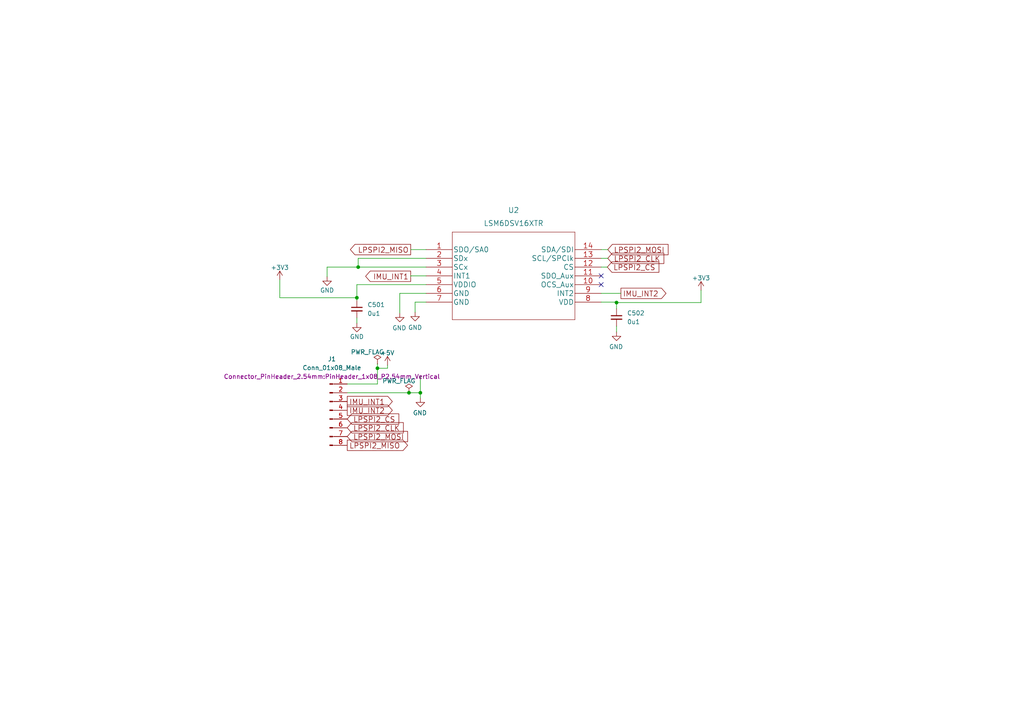
<source format=kicad_sch>
(kicad_sch (version 20211123) (generator eeschema)

  (uuid c831c0df-d2b9-4d1a-a325-fc6369c490a6)

  (paper "A4")

  (lib_symbols
    (symbol "Connector:Conn_01x08_Male" (pin_names (offset 1.016) hide) (in_bom yes) (on_board yes)
      (property "Reference" "J" (id 0) (at 0 10.16 0)
        (effects (font (size 1.27 1.27)))
      )
      (property "Value" "Conn_01x08_Male" (id 1) (at 0 -12.7 0)
        (effects (font (size 1.27 1.27)))
      )
      (property "Footprint" "" (id 2) (at 0 0 0)
        (effects (font (size 1.27 1.27)) hide)
      )
      (property "Datasheet" "~" (id 3) (at 0 0 0)
        (effects (font (size 1.27 1.27)) hide)
      )
      (property "ki_keywords" "connector" (id 4) (at 0 0 0)
        (effects (font (size 1.27 1.27)) hide)
      )
      (property "ki_description" "Generic connector, single row, 01x08, script generated (kicad-library-utils/schlib/autogen/connector/)" (id 5) (at 0 0 0)
        (effects (font (size 1.27 1.27)) hide)
      )
      (property "ki_fp_filters" "Connector*:*_1x??_*" (id 6) (at 0 0 0)
        (effects (font (size 1.27 1.27)) hide)
      )
      (symbol "Conn_01x08_Male_1_1"
        (polyline
          (pts
            (xy 1.27 -10.16)
            (xy 0.8636 -10.16)
          )
          (stroke (width 0.1524) (type default) (color 0 0 0 0))
          (fill (type none))
        )
        (polyline
          (pts
            (xy 1.27 -7.62)
            (xy 0.8636 -7.62)
          )
          (stroke (width 0.1524) (type default) (color 0 0 0 0))
          (fill (type none))
        )
        (polyline
          (pts
            (xy 1.27 -5.08)
            (xy 0.8636 -5.08)
          )
          (stroke (width 0.1524) (type default) (color 0 0 0 0))
          (fill (type none))
        )
        (polyline
          (pts
            (xy 1.27 -2.54)
            (xy 0.8636 -2.54)
          )
          (stroke (width 0.1524) (type default) (color 0 0 0 0))
          (fill (type none))
        )
        (polyline
          (pts
            (xy 1.27 0)
            (xy 0.8636 0)
          )
          (stroke (width 0.1524) (type default) (color 0 0 0 0))
          (fill (type none))
        )
        (polyline
          (pts
            (xy 1.27 2.54)
            (xy 0.8636 2.54)
          )
          (stroke (width 0.1524) (type default) (color 0 0 0 0))
          (fill (type none))
        )
        (polyline
          (pts
            (xy 1.27 5.08)
            (xy 0.8636 5.08)
          )
          (stroke (width 0.1524) (type default) (color 0 0 0 0))
          (fill (type none))
        )
        (polyline
          (pts
            (xy 1.27 7.62)
            (xy 0.8636 7.62)
          )
          (stroke (width 0.1524) (type default) (color 0 0 0 0))
          (fill (type none))
        )
        (rectangle (start 0.8636 -10.033) (end 0 -10.287)
          (stroke (width 0.1524) (type default) (color 0 0 0 0))
          (fill (type outline))
        )
        (rectangle (start 0.8636 -7.493) (end 0 -7.747)
          (stroke (width 0.1524) (type default) (color 0 0 0 0))
          (fill (type outline))
        )
        (rectangle (start 0.8636 -4.953) (end 0 -5.207)
          (stroke (width 0.1524) (type default) (color 0 0 0 0))
          (fill (type outline))
        )
        (rectangle (start 0.8636 -2.413) (end 0 -2.667)
          (stroke (width 0.1524) (type default) (color 0 0 0 0))
          (fill (type outline))
        )
        (rectangle (start 0.8636 0.127) (end 0 -0.127)
          (stroke (width 0.1524) (type default) (color 0 0 0 0))
          (fill (type outline))
        )
        (rectangle (start 0.8636 2.667) (end 0 2.413)
          (stroke (width 0.1524) (type default) (color 0 0 0 0))
          (fill (type outline))
        )
        (rectangle (start 0.8636 5.207) (end 0 4.953)
          (stroke (width 0.1524) (type default) (color 0 0 0 0))
          (fill (type outline))
        )
        (rectangle (start 0.8636 7.747) (end 0 7.493)
          (stroke (width 0.1524) (type default) (color 0 0 0 0))
          (fill (type outline))
        )
        (pin passive line (at 5.08 7.62 180) (length 3.81)
          (name "Pin_1" (effects (font (size 1.27 1.27))))
          (number "1" (effects (font (size 1.27 1.27))))
        )
        (pin passive line (at 5.08 5.08 180) (length 3.81)
          (name "Pin_2" (effects (font (size 1.27 1.27))))
          (number "2" (effects (font (size 1.27 1.27))))
        )
        (pin passive line (at 5.08 2.54 180) (length 3.81)
          (name "Pin_3" (effects (font (size 1.27 1.27))))
          (number "3" (effects (font (size 1.27 1.27))))
        )
        (pin passive line (at 5.08 0 180) (length 3.81)
          (name "Pin_4" (effects (font (size 1.27 1.27))))
          (number "4" (effects (font (size 1.27 1.27))))
        )
        (pin passive line (at 5.08 -2.54 180) (length 3.81)
          (name "Pin_5" (effects (font (size 1.27 1.27))))
          (number "5" (effects (font (size 1.27 1.27))))
        )
        (pin passive line (at 5.08 -5.08 180) (length 3.81)
          (name "Pin_6" (effects (font (size 1.27 1.27))))
          (number "6" (effects (font (size 1.27 1.27))))
        )
        (pin passive line (at 5.08 -7.62 180) (length 3.81)
          (name "Pin_7" (effects (font (size 1.27 1.27))))
          (number "7" (effects (font (size 1.27 1.27))))
        )
        (pin passive line (at 5.08 -10.16 180) (length 3.81)
          (name "Pin_8" (effects (font (size 1.27 1.27))))
          (number "8" (effects (font (size 1.27 1.27))))
        )
      )
    )
    (symbol "Device:C_Small" (pin_numbers hide) (pin_names (offset 0.254) hide) (in_bom yes) (on_board yes)
      (property "Reference" "C" (id 0) (at 0.254 1.778 0)
        (effects (font (size 1.27 1.27)) (justify left))
      )
      (property "Value" "C_Small" (id 1) (at 0.254 -2.032 0)
        (effects (font (size 1.27 1.27)) (justify left))
      )
      (property "Footprint" "" (id 2) (at 0 0 0)
        (effects (font (size 1.27 1.27)) hide)
      )
      (property "Datasheet" "~" (id 3) (at 0 0 0)
        (effects (font (size 1.27 1.27)) hide)
      )
      (property "ki_keywords" "capacitor cap" (id 4) (at 0 0 0)
        (effects (font (size 1.27 1.27)) hide)
      )
      (property "ki_description" "Unpolarized capacitor, small symbol" (id 5) (at 0 0 0)
        (effects (font (size 1.27 1.27)) hide)
      )
      (property "ki_fp_filters" "C_*" (id 6) (at 0 0 0)
        (effects (font (size 1.27 1.27)) hide)
      )
      (symbol "C_Small_0_1"
        (polyline
          (pts
            (xy -1.524 -0.508)
            (xy 1.524 -0.508)
          )
          (stroke (width 0.3302) (type default) (color 0 0 0 0))
          (fill (type none))
        )
        (polyline
          (pts
            (xy -1.524 0.508)
            (xy 1.524 0.508)
          )
          (stroke (width 0.3048) (type default) (color 0 0 0 0))
          (fill (type none))
        )
      )
      (symbol "C_Small_1_1"
        (pin passive line (at 0 2.54 270) (length 2.032)
          (name "~" (effects (font (size 1.27 1.27))))
          (number "1" (effects (font (size 1.27 1.27))))
        )
        (pin passive line (at 0 -2.54 90) (length 2.032)
          (name "~" (effects (font (size 1.27 1.27))))
          (number "2" (effects (font (size 1.27 1.27))))
        )
      )
    )
    (symbol "My 1024 Symbols:LSM6DSV16XTR" (pin_names (offset 0.254)) (in_bom yes) (on_board yes)
      (property "Reference" "U" (id 0) (at 25.4 10.16 0)
        (effects (font (size 1.524 1.524)))
      )
      (property "Value" "LSM6DSV16XTR" (id 1) (at 25.4 7.62 0)
        (effects (font (size 1.524 1.524)))
      )
      (property "Footprint" "" (id 2) (at 25.4 6.096 0)
        (effects (font (size 1.524 1.524)) hide)
      )
      (property "Datasheet" "" (id 3) (at 0 0 0)
        (effects (font (size 1.524 1.524)))
      )
      (property "ki_locked" "" (id 4) (at 0 0 0)
        (effects (font (size 1.27 1.27)))
      )
      (property "ki_fp_filters" "LGA-14L_2P5X3X0P86_STM LGA-14L_2P5X3X0P86_STM-M LGA-14L_2P5X3X0P86_STM-L" (id 5) (at 0 0 0)
        (effects (font (size 1.27 1.27)) hide)
      )
      (symbol "LSM6DSV16XTR_1_1"
        (polyline
          (pts
            (xy 7.62 -20.32)
            (xy 43.18 -20.32)
          )
          (stroke (width 0.127) (type default) (color 0 0 0 0))
          (fill (type none))
        )
        (polyline
          (pts
            (xy 7.62 5.08)
            (xy 7.62 -20.32)
          )
          (stroke (width 0.127) (type default) (color 0 0 0 0))
          (fill (type none))
        )
        (polyline
          (pts
            (xy 43.18 -20.32)
            (xy 43.18 5.08)
          )
          (stroke (width 0.127) (type default) (color 0 0 0 0))
          (fill (type none))
        )
        (polyline
          (pts
            (xy 43.18 5.08)
            (xy 7.62 5.08)
          )
          (stroke (width 0.127) (type default) (color 0 0 0 0))
          (fill (type none))
        )
        (pin bidirectional line (at 0 0 0) (length 7.62)
          (name "SDO/SA0" (effects (font (size 1.4986 1.4986))))
          (number "1" (effects (font (size 1.4986 1.4986))))
        )
        (pin bidirectional line (at 50.8 -10.16 180) (length 7.62)
          (name "OCS_Aux" (effects (font (size 1.4986 1.4986))))
          (number "10" (effects (font (size 1.4986 1.4986))))
        )
        (pin bidirectional line (at 50.8 -7.62 180) (length 7.62)
          (name "SDO_Aux" (effects (font (size 1.4986 1.4986))))
          (number "11" (effects (font (size 1.4986 1.4986))))
        )
        (pin input line (at 50.8 -5.08 180) (length 7.62)
          (name "CS" (effects (font (size 1.4986 1.4986))))
          (number "12" (effects (font (size 1.4986 1.4986))))
        )
        (pin input line (at 50.8 -2.54 180) (length 7.62)
          (name "SCL/SPClk" (effects (font (size 1.4986 1.4986))))
          (number "13" (effects (font (size 1.4986 1.4986))))
        )
        (pin bidirectional line (at 50.8 0 180) (length 7.62)
          (name "SDA/SDI" (effects (font (size 1.4986 1.4986))))
          (number "14" (effects (font (size 1.4986 1.4986))))
        )
        (pin input line (at 0 -2.54 0) (length 7.62)
          (name "SDx" (effects (font (size 1.4986 1.4986))))
          (number "2" (effects (font (size 1.4986 1.4986))))
        )
        (pin input line (at 0 -5.08 0) (length 7.62)
          (name "SCx" (effects (font (size 1.4986 1.4986))))
          (number "3" (effects (font (size 1.4986 1.4986))))
        )
        (pin output line (at 0 -7.62 0) (length 7.62)
          (name "INT1" (effects (font (size 1.4986 1.4986))))
          (number "4" (effects (font (size 1.4986 1.4986))))
        )
        (pin power_in line (at 0 -10.16 0) (length 7.62)
          (name "VDDIO" (effects (font (size 1.4986 1.4986))))
          (number "5" (effects (font (size 1.4986 1.4986))))
        )
        (pin power_in line (at 0 -12.7 0) (length 7.62)
          (name "GND" (effects (font (size 1.4986 1.4986))))
          (number "6" (effects (font (size 1.4986 1.4986))))
        )
        (pin power_in line (at 0 -15.24 0) (length 7.62)
          (name "GND" (effects (font (size 1.4986 1.4986))))
          (number "7" (effects (font (size 1.4986 1.4986))))
        )
        (pin power_in line (at 50.8 -15.24 180) (length 7.62)
          (name "VDD" (effects (font (size 1.4986 1.4986))))
          (number "8" (effects (font (size 1.4986 1.4986))))
        )
        (pin output line (at 50.8 -12.7 180) (length 7.62)
          (name "INT2" (effects (font (size 1.4986 1.4986))))
          (number "9" (effects (font (size 1.4986 1.4986))))
        )
      )
    )
    (symbol "power:+3.3V" (power) (pin_names (offset 0)) (in_bom yes) (on_board yes)
      (property "Reference" "#PWR" (id 0) (at 0 -3.81 0)
        (effects (font (size 1.27 1.27)) hide)
      )
      (property "Value" "+3.3V" (id 1) (at 0 3.556 0)
        (effects (font (size 1.27 1.27)))
      )
      (property "Footprint" "" (id 2) (at 0 0 0)
        (effects (font (size 1.27 1.27)) hide)
      )
      (property "Datasheet" "" (id 3) (at 0 0 0)
        (effects (font (size 1.27 1.27)) hide)
      )
      (property "ki_keywords" "power-flag" (id 4) (at 0 0 0)
        (effects (font (size 1.27 1.27)) hide)
      )
      (property "ki_description" "Power symbol creates a global label with name \"+3.3V\"" (id 5) (at 0 0 0)
        (effects (font (size 1.27 1.27)) hide)
      )
      (symbol "+3.3V_0_1"
        (polyline
          (pts
            (xy -0.762 1.27)
            (xy 0 2.54)
          )
          (stroke (width 0) (type default) (color 0 0 0 0))
          (fill (type none))
        )
        (polyline
          (pts
            (xy 0 0)
            (xy 0 2.54)
          )
          (stroke (width 0) (type default) (color 0 0 0 0))
          (fill (type none))
        )
        (polyline
          (pts
            (xy 0 2.54)
            (xy 0.762 1.27)
          )
          (stroke (width 0) (type default) (color 0 0 0 0))
          (fill (type none))
        )
      )
      (symbol "+3.3V_1_1"
        (pin power_in line (at 0 0 90) (length 0) hide
          (name "+3V3" (effects (font (size 1.27 1.27))))
          (number "1" (effects (font (size 1.27 1.27))))
        )
      )
    )
    (symbol "power:+5V" (power) (pin_names (offset 0)) (in_bom yes) (on_board yes)
      (property "Reference" "#PWR" (id 0) (at 0 -3.81 0)
        (effects (font (size 1.27 1.27)) hide)
      )
      (property "Value" "+5V" (id 1) (at 0 3.556 0)
        (effects (font (size 1.27 1.27)))
      )
      (property "Footprint" "" (id 2) (at 0 0 0)
        (effects (font (size 1.27 1.27)) hide)
      )
      (property "Datasheet" "" (id 3) (at 0 0 0)
        (effects (font (size 1.27 1.27)) hide)
      )
      (property "ki_keywords" "power-flag" (id 4) (at 0 0 0)
        (effects (font (size 1.27 1.27)) hide)
      )
      (property "ki_description" "Power symbol creates a global label with name \"+5V\"" (id 5) (at 0 0 0)
        (effects (font (size 1.27 1.27)) hide)
      )
      (symbol "+5V_0_1"
        (polyline
          (pts
            (xy -0.762 1.27)
            (xy 0 2.54)
          )
          (stroke (width 0) (type default) (color 0 0 0 0))
          (fill (type none))
        )
        (polyline
          (pts
            (xy 0 0)
            (xy 0 2.54)
          )
          (stroke (width 0) (type default) (color 0 0 0 0))
          (fill (type none))
        )
        (polyline
          (pts
            (xy 0 2.54)
            (xy 0.762 1.27)
          )
          (stroke (width 0) (type default) (color 0 0 0 0))
          (fill (type none))
        )
      )
      (symbol "+5V_1_1"
        (pin power_in line (at 0 0 90) (length 0) hide
          (name "+5V" (effects (font (size 1.27 1.27))))
          (number "1" (effects (font (size 1.27 1.27))))
        )
      )
    )
    (symbol "power:GND" (power) (pin_names (offset 0)) (in_bom yes) (on_board yes)
      (property "Reference" "#PWR" (id 0) (at 0 -6.35 0)
        (effects (font (size 1.27 1.27)) hide)
      )
      (property "Value" "GND" (id 1) (at 0 -3.81 0)
        (effects (font (size 1.27 1.27)))
      )
      (property "Footprint" "" (id 2) (at 0 0 0)
        (effects (font (size 1.27 1.27)) hide)
      )
      (property "Datasheet" "" (id 3) (at 0 0 0)
        (effects (font (size 1.27 1.27)) hide)
      )
      (property "ki_keywords" "power-flag" (id 4) (at 0 0 0)
        (effects (font (size 1.27 1.27)) hide)
      )
      (property "ki_description" "Power symbol creates a global label with name \"GND\" , ground" (id 5) (at 0 0 0)
        (effects (font (size 1.27 1.27)) hide)
      )
      (symbol "GND_0_1"
        (polyline
          (pts
            (xy 0 0)
            (xy 0 -1.27)
            (xy 1.27 -1.27)
            (xy 0 -2.54)
            (xy -1.27 -1.27)
            (xy 0 -1.27)
          )
          (stroke (width 0) (type default) (color 0 0 0 0))
          (fill (type none))
        )
      )
      (symbol "GND_1_1"
        (pin power_in line (at 0 0 270) (length 0) hide
          (name "GND" (effects (font (size 1.27 1.27))))
          (number "1" (effects (font (size 1.27 1.27))))
        )
      )
    )
    (symbol "power:PWR_FLAG" (power) (pin_numbers hide) (pin_names (offset 0) hide) (in_bom yes) (on_board yes)
      (property "Reference" "#FLG" (id 0) (at 0 1.905 0)
        (effects (font (size 1.27 1.27)) hide)
      )
      (property "Value" "PWR_FLAG" (id 1) (at 0 3.81 0)
        (effects (font (size 1.27 1.27)))
      )
      (property "Footprint" "" (id 2) (at 0 0 0)
        (effects (font (size 1.27 1.27)) hide)
      )
      (property "Datasheet" "~" (id 3) (at 0 0 0)
        (effects (font (size 1.27 1.27)) hide)
      )
      (property "ki_keywords" "power-flag" (id 4) (at 0 0 0)
        (effects (font (size 1.27 1.27)) hide)
      )
      (property "ki_description" "Special symbol for telling ERC where power comes from" (id 5) (at 0 0 0)
        (effects (font (size 1.27 1.27)) hide)
      )
      (symbol "PWR_FLAG_0_0"
        (pin power_out line (at 0 0 90) (length 0)
          (name "pwr" (effects (font (size 1.27 1.27))))
          (number "1" (effects (font (size 1.27 1.27))))
        )
      )
      (symbol "PWR_FLAG_0_1"
        (polyline
          (pts
            (xy 0 0)
            (xy 0 1.27)
            (xy -1.016 1.905)
            (xy 0 2.54)
            (xy 1.016 1.905)
            (xy 0 1.27)
          )
          (stroke (width 0) (type default) (color 0 0 0 0))
          (fill (type none))
        )
      )
    )
  )

  (junction (at 121.92 113.919) (diameter 0) (color 0 0 0 0)
    (uuid 41037752-993d-4f43-bce3-7fd8f68d86c6)
  )
  (junction (at 109.474 106.807) (diameter 0) (color 0 0 0 0)
    (uuid 414af4a0-3b22-4ef6-a95e-64cfb763bb84)
  )
  (junction (at 118.618 113.919) (diameter 0) (color 0 0 0 0)
    (uuid 4f632e28-278e-430a-a742-1ebc188fbe89)
  )
  (junction (at 178.816 87.757) (diameter 0) (color 0 0 0 0)
    (uuid 80dcd1b9-2a35-4cc2-a3f3-98ba9ded8339)
  )
  (junction (at 103.505 86.36) (diameter 0) (color 0 0 0 0)
    (uuid 930d3862-7421-4b9e-b3be-461f90a2d5d0)
  )
  (junction (at 103.886 77.47) (diameter 0) (color 0 0 0 0)
    (uuid dac86160-d217-4df4-8cbe-1fc277f6a21c)
  )

  (no_connect (at 174.371 82.55) (uuid b37d8eb6-6b0b-40f3-a755-6d11d327963d))
  (no_connect (at 174.371 80.01) (uuid b37d8eb6-6b0b-40f3-a755-6d11d327963e))

  (wire (pts (xy 123.571 85.09) (xy 115.951 85.09))
    (stroke (width 0) (type default) (color 0 0 0 0))
    (uuid 0988af89-9653-4bff-8029-6ed37d1ffd62)
  )
  (wire (pts (xy 100.711 113.919) (xy 118.618 113.919))
    (stroke (width 0) (type default) (color 0 0 0 0))
    (uuid 12b573ae-9c3c-4d34-b90b-7b2fd872e86b)
  )
  (wire (pts (xy 123.571 72.39) (xy 119.126 72.39))
    (stroke (width 0) (type default) (color 0 0 0 0))
    (uuid 136df6b4-570f-40d6-9c05-3803de3f3cc1)
  )
  (wire (pts (xy 121.92 109.093) (xy 121.92 113.919))
    (stroke (width 0) (type default) (color 0 0 0 0))
    (uuid 172f8025-587d-4d7f-94f4-16c12914decc)
  )
  (wire (pts (xy 121.92 113.919) (xy 121.92 115.443))
    (stroke (width 0) (type default) (color 0 0 0 0))
    (uuid 1c060aae-8aa8-4ea3-9468-cc96fe12aee5)
  )
  (wire (pts (xy 120.396 87.63) (xy 120.396 90.551))
    (stroke (width 0) (type default) (color 0 0 0 0))
    (uuid 219c83c3-9a8a-4ff0-94e7-1a01caad6499)
  )
  (wire (pts (xy 81.153 81.153) (xy 81.153 86.36))
    (stroke (width 0) (type default) (color 0 0 0 0))
    (uuid 21b0cc9d-b27c-4478-9a23-c854afe7438d)
  )
  (wire (pts (xy 178.816 94.615) (xy 178.816 96.266))
    (stroke (width 0) (type default) (color 0 0 0 0))
    (uuid 25a2c76c-1d62-45d7-b32d-04f1ef4f8b74)
  )
  (wire (pts (xy 174.371 74.93) (xy 176.276 74.93))
    (stroke (width 0) (type default) (color 0 0 0 0))
    (uuid 33d249fe-4298-4f38-9ae5-4e7d976ada60)
  )
  (wire (pts (xy 103.505 82.55) (xy 103.505 86.36))
    (stroke (width 0) (type default) (color 0 0 0 0))
    (uuid 565ef9aa-7fbc-41d1-92fc-d4bb6d583d39)
  )
  (wire (pts (xy 112.395 106.807) (xy 112.395 105.918))
    (stroke (width 0) (type default) (color 0 0 0 0))
    (uuid 6350665e-e294-4d03-8559-8aefd40dc116)
  )
  (wire (pts (xy 103.886 74.93) (xy 103.886 77.47))
    (stroke (width 0) (type default) (color 0 0 0 0))
    (uuid 79760ef0-d2e3-4556-b2f1-28199607e756)
  )
  (wire (pts (xy 119.126 80.01) (xy 119.126 80.137))
    (stroke (width 0) (type default) (color 0 0 0 0))
    (uuid 7ee2907e-d6ce-4bc3-a725-4c39b7905d64)
  )
  (wire (pts (xy 109.474 106.807) (xy 109.474 111.379))
    (stroke (width 0) (type default) (color 0 0 0 0))
    (uuid 83023328-64d7-4d42-8e79-18abdfc33929)
  )
  (wire (pts (xy 118.618 113.919) (xy 121.92 113.919))
    (stroke (width 0) (type default) (color 0 0 0 0))
    (uuid 842fd7f5-8680-4727-9d9b-a0aa991607e3)
  )
  (wire (pts (xy 109.474 106.807) (xy 112.395 106.807))
    (stroke (width 0) (type default) (color 0 0 0 0))
    (uuid 922d1f6a-db12-48c4-8e3a-727d17435f47)
  )
  (wire (pts (xy 103.505 92.202) (xy 103.505 93.726))
    (stroke (width 0) (type default) (color 0 0 0 0))
    (uuid 971757c0-2c7e-4e74-a8e4-94ad8ed083e9)
  )
  (wire (pts (xy 203.327 84.201) (xy 203.327 87.757))
    (stroke (width 0) (type default) (color 0 0 0 0))
    (uuid 9f9236cf-b9f0-423a-a4cc-23e99f28a3de)
  )
  (wire (pts (xy 174.371 85.09) (xy 180.086 85.09))
    (stroke (width 0) (type default) (color 0 0 0 0))
    (uuid a5d09d80-2454-46a6-9c09-8cba9654fd4f)
  )
  (wire (pts (xy 123.571 80.01) (xy 119.126 80.01))
    (stroke (width 0) (type default) (color 0 0 0 0))
    (uuid a930f779-0c0c-48c9-83eb-db297e40e222)
  )
  (wire (pts (xy 94.869 77.47) (xy 94.869 80.264))
    (stroke (width 0) (type default) (color 0 0 0 0))
    (uuid b15b74db-9495-4799-8ddf-975a4410cc44)
  )
  (wire (pts (xy 123.571 82.55) (xy 103.505 82.55))
    (stroke (width 0) (type default) (color 0 0 0 0))
    (uuid b2a89bb3-1147-488c-b634-6bcaa4230103)
  )
  (wire (pts (xy 178.816 87.63) (xy 178.816 87.757))
    (stroke (width 0) (type default) (color 0 0 0 0))
    (uuid b2c26856-8216-4082-b055-aac4af088aa2)
  )
  (wire (pts (xy 174.371 87.63) (xy 178.816 87.63))
    (stroke (width 0) (type default) (color 0 0 0 0))
    (uuid b7423a23-f498-4433-9b44-f1c7172213e7)
  )
  (wire (pts (xy 174.371 77.47) (xy 176.149 77.47))
    (stroke (width 0) (type default) (color 0 0 0 0))
    (uuid bb5e5ba7-cdef-4b54-9e40-b73309aa937d)
  )
  (wire (pts (xy 115.951 85.09) (xy 115.951 90.805))
    (stroke (width 0) (type default) (color 0 0 0 0))
    (uuid bedebd9b-a57f-45e6-a5a9-bc28d823b9e0)
  )
  (wire (pts (xy 203.327 87.757) (xy 178.816 87.757))
    (stroke (width 0) (type default) (color 0 0 0 0))
    (uuid bfe8a743-771d-4873-bb08-4f244590350b)
  )
  (wire (pts (xy 100.711 111.379) (xy 109.474 111.379))
    (stroke (width 0) (type default) (color 0 0 0 0))
    (uuid c2e5ead0-9ec9-48e5-b4bf-c6dcab3544ca)
  )
  (wire (pts (xy 103.505 86.36) (xy 103.505 87.122))
    (stroke (width 0) (type default) (color 0 0 0 0))
    (uuid c3afca24-ae54-416b-ac18-9b3088b30877)
  )
  (wire (pts (xy 174.371 72.39) (xy 176.276 72.39))
    (stroke (width 0) (type default) (color 0 0 0 0))
    (uuid ca179530-11f0-433f-9b41-183bd26153e2)
  )
  (wire (pts (xy 178.816 87.757) (xy 178.816 89.535))
    (stroke (width 0) (type default) (color 0 0 0 0))
    (uuid cd2f51ad-5e6b-4694-91bb-436b9e8458b0)
  )
  (wire (pts (xy 81.153 86.36) (xy 103.505 86.36))
    (stroke (width 0) (type default) (color 0 0 0 0))
    (uuid cf72c7ae-da95-4651-a9a6-19b3a497c3c3)
  )
  (wire (pts (xy 123.571 87.63) (xy 120.396 87.63))
    (stroke (width 0) (type default) (color 0 0 0 0))
    (uuid e180102c-dbfd-43c2-a44c-dffc3b2d16ed)
  )
  (wire (pts (xy 103.886 74.93) (xy 123.571 74.93))
    (stroke (width 0) (type default) (color 0 0 0 0))
    (uuid e43ed795-61f3-489c-8f8b-665886070f84)
  )
  (wire (pts (xy 123.571 77.47) (xy 103.886 77.47))
    (stroke (width 0) (type default) (color 0 0 0 0))
    (uuid e634781d-5b51-4c98-b7f7-936f2b550f3e)
  )
  (wire (pts (xy 109.474 105.537) (xy 109.474 106.807))
    (stroke (width 0) (type default) (color 0 0 0 0))
    (uuid e7ea1438-8b9a-4fee-b49f-dd5c6da26cd6)
  )
  (wire (pts (xy 103.886 77.47) (xy 94.869 77.47))
    (stroke (width 0) (type default) (color 0 0 0 0))
    (uuid eb3994d1-df24-4c08-bc4b-8205cbdddb29)
  )

  (global_label "IMU_INT2" (shape output) (at 100.711 118.999 0) (fields_autoplaced)
    (effects (font (size 1.524 1.524)) (justify left))
    (uuid 391f5147-eeb2-4d63-973c-cd8a7299a55c)
    (property "Intersheet References" "${INTERSHEET_REFS}" (id 0) (at 113.6599 118.9038 0)
      (effects (font (size 1.524 1.524)) (justify left) hide)
    )
  )
  (global_label "IMU_INT1" (shape output) (at 100.711 116.459 0) (fields_autoplaced)
    (effects (font (size 1.524 1.524)) (justify left))
    (uuid 52103fe2-be27-486a-be2f-e5d4bf603580)
    (property "Intersheet References" "${INTERSHEET_REFS}" (id 0) (at 113.6599 116.5542 0)
      (effects (font (size 1.524 1.524)) (justify left) hide)
    )
  )
  (global_label "LPSPI2_MOSI" (shape input) (at 100.711 126.619 0) (fields_autoplaced)
    (effects (font (size 1.524 1.524)) (justify left))
    (uuid 5db910f3-5dc5-4ef9-a087-50609293aa7c)
    (property "Intersheet References" "${INTERSHEET_REFS}" (id 0) (at 118.0868 126.5238 0)
      (effects (font (size 1.524 1.524)) (justify left) hide)
    )
  )
  (global_label "LPSPI2_MISO" (shape output) (at 119.126 72.39 180) (fields_autoplaced)
    (effects (font (size 1.524 1.524)) (justify right))
    (uuid 6442b67e-9256-475c-8642-74cd68e30844)
    (property "Intersheet References" "${INTERSHEET_REFS}" (id 0) (at 101.7502 72.2948 0)
      (effects (font (size 1.524 1.524)) (justify right) hide)
    )
  )
  (global_label "LPSPI2_CS" (shape input) (at 176.149 77.47 0) (fields_autoplaced)
    (effects (font (size 1.524 1.524)) (justify left))
    (uuid 7180a513-d3a5-4573-beef-e3b0c14cbcc5)
    (property "Intersheet References" "${INTERSHEET_REFS}" (id 0) (at 190.9848 77.3748 0)
      (effects (font (size 1.524 1.524)) (justify left) hide)
    )
  )
  (global_label "IMU_INT1" (shape output) (at 119.126 80.137 180) (fields_autoplaced)
    (effects (font (size 1.524 1.524)) (justify right))
    (uuid 86bc0836-2268-429a-ace2-7983fb7bd955)
    (property "Intersheet References" "${INTERSHEET_REFS}" (id 0) (at 106.1771 80.0418 0)
      (effects (font (size 1.524 1.524)) (justify right) hide)
    )
  )
  (global_label "LPSPI2_CLK" (shape input) (at 100.711 124.079 0) (fields_autoplaced)
    (effects (font (size 1.524 1.524)) (justify left))
    (uuid 899622af-dfa2-4505-b4f4-a8487fdf27c0)
    (property "Intersheet References" "${INTERSHEET_REFS}" (id 0) (at 116.853 123.9838 0)
      (effects (font (size 1.524 1.524)) (justify left) hide)
    )
  )
  (global_label "LPSPI2_MISO" (shape output) (at 100.711 129.159 0) (fields_autoplaced)
    (effects (font (size 1.524 1.524)) (justify left))
    (uuid 8ccbf5d7-7c6d-4989-a0fb-47fed59ebccd)
    (property "Intersheet References" "${INTERSHEET_REFS}" (id 0) (at 118.0868 129.2542 0)
      (effects (font (size 1.524 1.524)) (justify left) hide)
    )
  )
  (global_label "LPSPI2_CS" (shape input) (at 100.711 121.539 0) (fields_autoplaced)
    (effects (font (size 1.524 1.524)) (justify left))
    (uuid 8f6d795a-2812-4d7a-b8c5-78f978d716af)
    (property "Intersheet References" "${INTERSHEET_REFS}" (id 0) (at 115.5468 121.4438 0)
      (effects (font (size 1.524 1.524)) (justify left) hide)
    )
  )
  (global_label "IMU_INT2" (shape output) (at 180.086 85.09 0) (fields_autoplaced)
    (effects (font (size 1.524 1.524)) (justify left))
    (uuid b9342c97-b682-4c2f-af0c-bd822db8b312)
    (property "Intersheet References" "${INTERSHEET_REFS}" (id 0) (at 193.0349 84.9948 0)
      (effects (font (size 1.524 1.524)) (justify left) hide)
    )
  )
  (global_label "LPSPI2_CLK" (shape input) (at 176.276 74.93 0) (fields_autoplaced)
    (effects (font (size 1.524 1.524)) (justify left))
    (uuid bdd61476-d0ce-4b19-910a-ab67a2052c16)
    (property "Intersheet References" "${INTERSHEET_REFS}" (id 0) (at 192.418 74.8348 0)
      (effects (font (size 1.524 1.524)) (justify left) hide)
    )
  )
  (global_label "LPSPI2_MOSI" (shape input) (at 176.276 72.39 0) (fields_autoplaced)
    (effects (font (size 1.524 1.524)) (justify left))
    (uuid e1822deb-cc2a-4c7f-a292-a12d1e3aae47)
    (property "Intersheet References" "${INTERSHEET_REFS}" (id 0) (at 193.6518 72.2948 0)
      (effects (font (size 1.524 1.524)) (justify left) hide)
    )
  )

  (symbol (lib_id "power:GND") (at 115.951 90.805 0) (unit 1)
    (in_bom yes) (on_board yes)
    (uuid 16dc72b0-0775-4ff9-b337-c5e36713d8f8)
    (property "Reference" "#PWR0505" (id 0) (at 115.951 97.155 0)
      (effects (font (size 1.27 1.27)) hide)
    )
    (property "Value" "GND" (id 1) (at 115.824 95.123 0))
    (property "Footprint" "" (id 2) (at 115.951 90.805 0)
      (effects (font (size 1.27 1.27)) hide)
    )
    (property "Datasheet" "" (id 3) (at 115.951 90.805 0)
      (effects (font (size 1.27 1.27)) hide)
    )
    (pin "1" (uuid 562b2f62-4d09-4315-9a6a-9cd67648199d))
  )

  (symbol (lib_id "power:GND") (at 94.869 80.264 0) (unit 1)
    (in_bom yes) (on_board yes)
    (uuid 203f4cd5-627e-454a-ba95-9ac2c0b27c84)
    (property "Reference" "#PWR0501" (id 0) (at 94.869 86.614 0)
      (effects (font (size 1.27 1.27)) hide)
    )
    (property "Value" "GND" (id 1) (at 94.869 84.201 0))
    (property "Footprint" "" (id 2) (at 94.869 80.264 0)
      (effects (font (size 1.27 1.27)) hide)
    )
    (property "Datasheet" "" (id 3) (at 94.869 80.264 0)
      (effects (font (size 1.27 1.27)) hide)
    )
    (pin "1" (uuid 02a36a72-85b7-406c-b5ff-6c0f9943f321))
  )

  (symbol (lib_id "power:+5V") (at 112.395 105.918 0) (unit 1)
    (in_bom yes) (on_board yes)
    (uuid 3ffeda55-2abf-498f-a46b-9b64a89036d7)
    (property "Reference" "#PWR0101" (id 0) (at 112.395 109.728 0)
      (effects (font (size 1.27 1.27)) hide)
    )
    (property "Value" "+5V" (id 1) (at 112.395 102.362 0))
    (property "Footprint" "" (id 2) (at 112.395 105.918 0)
      (effects (font (size 1.27 1.27)) hide)
    )
    (property "Datasheet" "" (id 3) (at 112.395 105.918 0)
      (effects (font (size 1.27 1.27)) hide)
    )
    (pin "1" (uuid c8a14238-0cbd-4a60-b19a-79cc9271ca72))
  )

  (symbol (lib_id "power:GND") (at 120.396 90.551 0) (unit 1)
    (in_bom yes) (on_board yes) (fields_autoplaced)
    (uuid 43a972a0-d239-422b-8f87-b3a8bf499e2b)
    (property "Reference" "#PWR0504" (id 0) (at 120.396 96.901 0)
      (effects (font (size 1.27 1.27)) hide)
    )
    (property "Value" "GND" (id 1) (at 120.396 94.996 0))
    (property "Footprint" "" (id 2) (at 120.396 90.551 0)
      (effects (font (size 1.27 1.27)) hide)
    )
    (property "Datasheet" "" (id 3) (at 120.396 90.551 0)
      (effects (font (size 1.27 1.27)) hide)
    )
    (pin "1" (uuid 0ff05ad6-95f9-4237-a656-0e218da4cd65))
  )

  (symbol (lib_id "power:+3.3V") (at 203.327 84.201 0) (unit 1)
    (in_bom yes) (on_board yes)
    (uuid 65b5da4c-a1f8-45a5-9031-ccce9cb97237)
    (property "Reference" "#PWR0503" (id 0) (at 203.327 88.011 0)
      (effects (font (size 1.27 1.27)) hide)
    )
    (property "Value" "+3.3V" (id 1) (at 203.327 80.645 0))
    (property "Footprint" "" (id 2) (at 203.327 84.201 0)
      (effects (font (size 1.27 1.27)) hide)
    )
    (property "Datasheet" "" (id 3) (at 203.327 84.201 0)
      (effects (font (size 1.27 1.27)) hide)
    )
    (pin "1" (uuid 619285cb-a65a-4f5e-97b0-8b2ad7e5cbd3))
  )

  (symbol (lib_id "Device:C_Small") (at 178.816 92.075 0) (unit 1)
    (in_bom yes) (on_board yes) (fields_autoplaced)
    (uuid 6b306945-be7a-43d0-b286-57985497487d)
    (property "Reference" "C502" (id 0) (at 181.864 90.8112 0)
      (effects (font (size 1.27 1.27)) (justify left))
    )
    (property "Value" "0u1" (id 1) (at 181.864 93.3512 0)
      (effects (font (size 1.27 1.27)) (justify left))
    )
    (property "Footprint" "Capacitor_SMD:C_0402_1005Metric" (id 2) (at 178.816 92.075 0)
      (effects (font (size 1.27 1.27)) hide)
    )
    (property "Datasheet" "~" (id 3) (at 178.816 92.075 0)
      (effects (font (size 1.27 1.27)) hide)
    )
    (pin "1" (uuid afdcde4e-2d77-47c0-a4d4-978de6557d02))
    (pin "2" (uuid d3bfba74-720b-42a3-948f-0900d305fae9))
  )

  (symbol (lib_id "Connector:Conn_01x08_Male") (at 95.631 118.999 0) (unit 1)
    (in_bom yes) (on_board yes) (fields_autoplaced)
    (uuid 6e387ad7-f0b2-4a5e-9f77-2132073f4784)
    (property "Reference" "J1" (id 0) (at 96.266 104.14 0))
    (property "Value" "Conn_01x08_Male" (id 1) (at 96.266 106.68 0))
    (property "Footprint" "Connector_PinHeader_2.54mm:PinHeader_1x08_P2.54mm_Vertical" (id 2) (at 96.266 109.22 0))
    (property "Datasheet" "~" (id 3) (at 95.631 118.999 0)
      (effects (font (size 1.27 1.27)) hide)
    )
    (pin "1" (uuid 08a355b4-4d51-4907-87a3-966721301f93))
    (pin "2" (uuid 60161d7f-d53d-4a20-886d-d99f25e49c10))
    (pin "3" (uuid 44e20158-9872-406a-9a70-11eb365639bf))
    (pin "4" (uuid f0a9b318-0cc6-4e06-a16b-f3e2ccceb56b))
    (pin "5" (uuid ab1433db-0b7c-4e03-99ea-c95f34c7dd83))
    (pin "6" (uuid 1f368d73-3370-4bc4-ac5a-f53e51a3cc7f))
    (pin "7" (uuid c31230fc-f8df-40d9-abd9-9380809cf051))
    (pin "8" (uuid 81b0e97b-2128-45b8-865c-42d141e86418))
  )

  (symbol (lib_id "power:GND") (at 178.816 96.266 0) (unit 1)
    (in_bom yes) (on_board yes)
    (uuid 705fe828-3df7-4887-b1b6-0abd4ee7a06a)
    (property "Reference" "#PWR0507" (id 0) (at 178.816 102.616 0)
      (effects (font (size 1.27 1.27)) hide)
    )
    (property "Value" "GND" (id 1) (at 178.689 100.584 0))
    (property "Footprint" "" (id 2) (at 178.816 96.266 0)
      (effects (font (size 1.27 1.27)) hide)
    )
    (property "Datasheet" "" (id 3) (at 178.816 96.266 0)
      (effects (font (size 1.27 1.27)) hide)
    )
    (pin "1" (uuid aab178a0-ae56-420b-9ca4-4098e2af40e0))
  )

  (symbol (lib_id "power:+3.3V") (at 81.153 81.153 0) (unit 1)
    (in_bom yes) (on_board yes)
    (uuid 9da07b9a-4215-4542-ae14-d6b424f17ecb)
    (property "Reference" "#PWR0502" (id 0) (at 81.153 84.963 0)
      (effects (font (size 1.27 1.27)) hide)
    )
    (property "Value" "+3.3V" (id 1) (at 81.153 77.597 0))
    (property "Footprint" "" (id 2) (at 81.153 81.153 0)
      (effects (font (size 1.27 1.27)) hide)
    )
    (property "Datasheet" "" (id 3) (at 81.153 81.153 0)
      (effects (font (size 1.27 1.27)) hide)
    )
    (pin "1" (uuid 61d2a8d0-63d2-46c7-8a21-b12b2573e222))
  )

  (symbol (lib_id "power:GND") (at 121.92 115.443 0) (unit 1)
    (in_bom yes) (on_board yes)
    (uuid ceb2fb87-7b02-4b27-b9cf-ee01695f3265)
    (property "Reference" "#PWR0102" (id 0) (at 121.92 121.793 0)
      (effects (font (size 1.27 1.27)) hide)
    )
    (property "Value" "GND" (id 1) (at 121.793 119.761 0))
    (property "Footprint" "" (id 2) (at 121.92 115.443 0)
      (effects (font (size 1.27 1.27)) hide)
    )
    (property "Datasheet" "" (id 3) (at 121.92 115.443 0)
      (effects (font (size 1.27 1.27)) hide)
    )
    (pin "1" (uuid a13243d1-2f9b-43f2-9479-c3640ad73191))
  )

  (symbol (lib_id "My 1024 Symbols:LSM6DSV16XTR") (at 123.571 72.39 0) (unit 1)
    (in_bom yes) (on_board yes) (fields_autoplaced)
    (uuid d49bde40-c2eb-4c8b-86ba-5da8d0a29ee9)
    (property "Reference" "U2" (id 0) (at 148.971 60.96 0)
      (effects (font (size 1.524 1.524)))
    )
    (property "Value" "LSM6DSV16XTR" (id 1) (at 148.971 64.77 0)
      (effects (font (size 1.524 1.524)))
    )
    (property "Footprint" "1024 Library:LGA-14_1" (id 2) (at 148.971 66.294 0)
      (effects (font (size 1.524 1.524)) hide)
    )
    (property "Datasheet" "" (id 3) (at 123.571 72.39 0)
      (effects (font (size 1.524 1.524)))
    )
    (pin "1" (uuid 6adc1c65-6112-4a0d-81e7-2d4ddee6499d))
    (pin "10" (uuid 724271f1-cd35-48c1-9156-ea16e34853f9))
    (pin "11" (uuid 0c2223ea-da68-4693-9b82-0a4fae81ff0e))
    (pin "12" (uuid 3ae52a17-3ee9-4e21-a627-860d518b7306))
    (pin "13" (uuid 5f61af13-2db1-4f6d-b5c9-4e25f91a427b))
    (pin "14" (uuid b5bc9cbc-ac1e-464d-8b9f-27ce09c0ec83))
    (pin "2" (uuid e08a9a0c-254d-4e4b-a7b0-8b5b3bba7038))
    (pin "3" (uuid 723edfaa-fd51-4ad5-be1a-1dfda0a01657))
    (pin "4" (uuid 56efcd0a-6904-4234-94c2-60cd315f5e62))
    (pin "5" (uuid 648c8897-933f-432a-9259-825e8f54b08c))
    (pin "6" (uuid dc94acc7-432b-4e3d-8b33-8b71c3c9e800))
    (pin "7" (uuid beba306e-e690-46e9-b6a2-22204f8c3033))
    (pin "8" (uuid ed856fb7-223b-4427-ad0a-1fb97958622d))
    (pin "9" (uuid 85f1e8ba-8c95-4e91-8cfa-43c88edbf4e2))
  )

  (symbol (lib_id "Device:C_Small") (at 103.505 89.662 0) (unit 1)
    (in_bom yes) (on_board yes) (fields_autoplaced)
    (uuid dd9cce58-66c7-41b9-ab80-9c206c889e91)
    (property "Reference" "C501" (id 0) (at 106.553 88.3982 0)
      (effects (font (size 1.27 1.27)) (justify left))
    )
    (property "Value" "0u1" (id 1) (at 106.553 90.9382 0)
      (effects (font (size 1.27 1.27)) (justify left))
    )
    (property "Footprint" "Capacitor_SMD:C_0402_1005Metric" (id 2) (at 103.505 89.662 0)
      (effects (font (size 1.27 1.27)) hide)
    )
    (property "Datasheet" "~" (id 3) (at 103.505 89.662 0)
      (effects (font (size 1.27 1.27)) hide)
    )
    (pin "1" (uuid 8d86a4b8-da5d-4125-a288-d8b8f2a78eb0))
    (pin "2" (uuid c2f8797d-f10e-4207-89d7-72c12612a2c7))
  )

  (symbol (lib_id "power:PWR_FLAG") (at 118.618 113.919 0) (unit 1)
    (in_bom yes) (on_board yes)
    (uuid e4eae147-8722-4a33-bd6e-d8a513fdb261)
    (property "Reference" "#FLG0102" (id 0) (at 118.618 112.014 0)
      (effects (font (size 1.27 1.27)) hide)
    )
    (property "Value" "PWR_FLAG" (id 1) (at 115.697 110.49 0))
    (property "Footprint" "" (id 2) (at 118.618 113.919 0)
      (effects (font (size 1.27 1.27)) hide)
    )
    (property "Datasheet" "~" (id 3) (at 118.618 113.919 0)
      (effects (font (size 1.27 1.27)) hide)
    )
    (pin "1" (uuid 5f53f695-252c-46a9-9226-089a8257b01e))
  )

  (symbol (lib_id "power:GND") (at 103.505 93.726 0) (unit 1)
    (in_bom yes) (on_board yes)
    (uuid e63bed55-7124-4b1b-9d6e-9e63f3448bec)
    (property "Reference" "#PWR0506" (id 0) (at 103.505 100.076 0)
      (effects (font (size 1.27 1.27)) hide)
    )
    (property "Value" "GND" (id 1) (at 103.505 97.663 0))
    (property "Footprint" "" (id 2) (at 103.505 93.726 0)
      (effects (font (size 1.27 1.27)) hide)
    )
    (property "Datasheet" "" (id 3) (at 103.505 93.726 0)
      (effects (font (size 1.27 1.27)) hide)
    )
    (pin "1" (uuid 04b40c1a-0449-42d3-bf45-392589e1a4e9))
  )

  (symbol (lib_id "power:PWR_FLAG") (at 109.474 105.537 0) (unit 1)
    (in_bom yes) (on_board yes)
    (uuid fb11f72d-7b57-468a-84bf-72d6c35e43c7)
    (property "Reference" "#FLG0101" (id 0) (at 109.474 103.632 0)
      (effects (font (size 1.27 1.27)) hide)
    )
    (property "Value" "PWR_FLAG" (id 1) (at 106.553 102.108 0))
    (property "Footprint" "" (id 2) (at 109.474 105.537 0)
      (effects (font (size 1.27 1.27)) hide)
    )
    (property "Datasheet" "~" (id 3) (at 109.474 105.537 0)
      (effects (font (size 1.27 1.27)) hide)
    )
    (pin "1" (uuid 4065a065-2572-49f5-ac00-d08e71bcec0e))
  )
)

</source>
